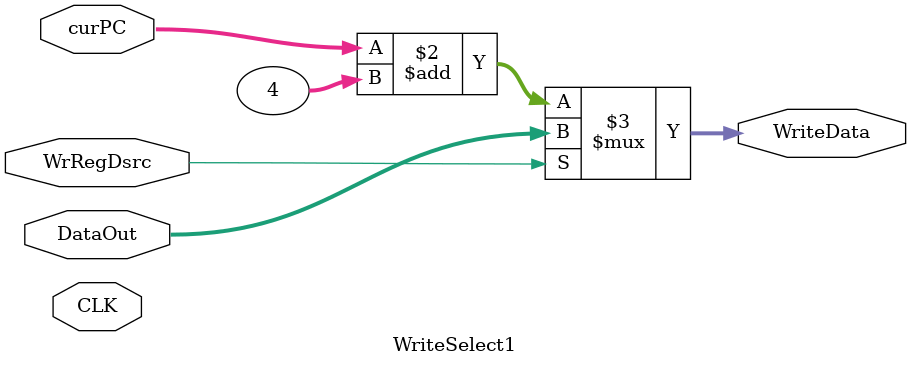
<source format=v>
`timescale 1ns / 1ps


module WriteSelect1(
input CLK,
    input WrRegDsrc,
   // input  [31:0] Result,   
    input [31:0] curPC,
    input  [31:0] DataOut,
    output reg [31:0] WriteData
    );
    always@* begin
     WriteData=WrRegDsrc?DataOut:(curPC+4);
     end
endmodule

</source>
